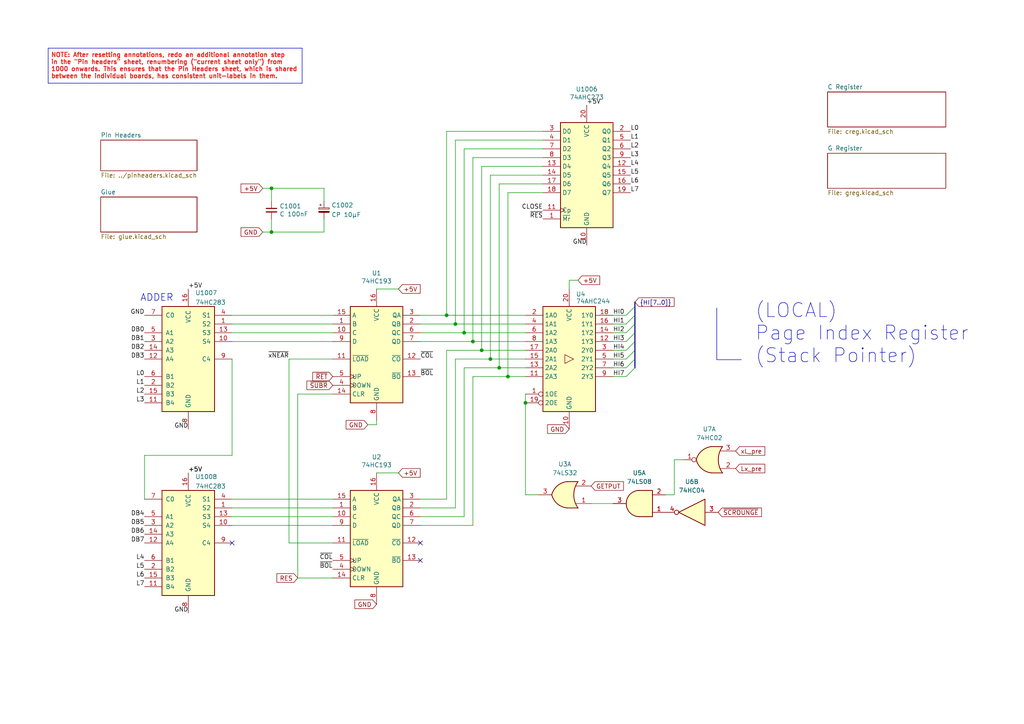
<source format=kicad_sch>
(kicad_sch (version 20231120) (generator "eeschema") (generator_version "8.0")
  (paper "A4")
  (title_block (title "Myth Microcontroller Project") (date "2024-09-21") (rev "1") (company "Picwok.com") (comment 1 "Project Contact: mim@ok-schalter.de (Michael)") (comment 2 "Author: Copyr. 2024 Michael Mangelsdorf/Dosflange@github") (comment 3 "Instruction Decoder Module") (comment 4 "Main Sheet"))
  (lib_symbols
    (symbol "74xx:74AHC244"
      (property "Reference" "U" (at -7.62 16.51 0))
      (property "Value" "74AHC244" (at -7.62 -16.51 0))
      (symbol "74AHC244_1_0"
        (polyline (pts (xy 1.27 0) (xy -1.27 1.27) (xy -1.27 -1.27) (xy 1.27 0)) (stroke (width 0.1524)))
        (pin input inverted (at -12.7 -10.16 0) (length 5.08) (name "1OE") (number "1"))
        (pin power_in line (at 0 -20.32 90) (length 5.08) (name "GND") (number "10"))
        (pin input line (at -12.7 -5.08 0) (length 5.08) (name "2A3") (number "11"))
        (pin tri_state line (at 12.7 5.08 180) (length 5.08) (name "1Y3") (number "12"))
        (pin input line (at -12.7 -2.54 0) (length 5.08) (name "2A2") (number "13"))
        (pin tri_state line (at 12.7 7.62 180) (length 5.08) (name "1Y2") (number "14"))
        (pin input line (at -12.7 0 0) (length 5.08) (name "2A1") (number "15"))
        (pin tri_state line (at 12.7 10.16 180) (length 5.08) (name "1Y1") (number "16"))
        (pin input line (at -12.7 2.54 0) (length 5.08) (name "2A0") (number "17"))
        (pin tri_state line (at 12.7 12.7 180) (length 5.08) (name "1Y0") (number "18"))
        (pin input inverted (at -12.7 -12.7 0) (length 5.08) (name "2OE") (number "19"))
        (pin input line (at -12.7 12.7 0) (length 5.08) (name "1A0") (number "2"))
        (pin power_in line (at 0 20.32 270) (length 5.08) (name "VCC") (number "20"))
        (pin tri_state line (at 12.7 2.54 180) (length 5.08) (name "2Y0") (number "3"))
        (pin input line (at -12.7 10.16 0) (length 5.08) (name "1A1") (number "4"))
        (pin tri_state line (at 12.7 0 180) (length 5.08) (name "2Y1") (number "5"))
        (pin input line (at -12.7 7.62 0) (length 5.08) (name "1A2") (number "6"))
        (pin tri_state line (at 12.7 -2.54 180) (length 5.08) (name "2Y2") (number "7"))
        (pin input line (at -12.7 5.08 0) (length 5.08) (name "1A3") (number "8"))
        (pin tri_state line (at 12.7 -5.08 180) (length 5.08) (name "2Y3") (number "9"))
      )
      (symbol "74AHC244_1_1"
        (rectangle (start -7.62 15.24) (end 7.62 -15.24) (stroke (width 0.254)) (fill (type background)))
      )
    )
    (symbol "74xx:74HC02" (pin_names (offset 1.016))
      (property "Reference" "U" (at 0 1.27 0))
      (property "Value" "74HC02" (at 0 -1.27 0))
      (symbol "74HC02_1_1"
        (arc (start -3.81 -3.81) (mid -2.589 0) (end -3.81 3.81) (stroke (width 0.254)))
        (arc (start -0.6096 -3.81) (mid 2.1842 -2.5851) (end 3.81 0) (stroke (width 0.254)) (fill (type background)))
        (polyline (pts (xy -3.81 -3.81) (xy -0.635 -3.81)) (stroke (width 0.254)) (fill (type background)))
        (polyline (pts (xy -3.81 3.81) (xy -0.635 3.81)) (stroke (width 0.254)) (fill (type background)))
        (polyline (pts (xy -0.635 3.81) (xy -3.81 3.81) (xy -3.81 3.81) (xy -3.556 3.4036) (xy -3.0226 2.2606) (xy -2.6924 1.0414) (xy -2.6162 -0.254) (xy -2.7686 -1.4986) (xy -3.175 -2.7178) (xy -3.81 -3.81) (xy -3.81 -3.81) (xy -0.635 -3.81)) (stroke (width -25.4)) (fill (type background)))
        (arc (start 3.81 0) (mid 2.1915 2.5936) (end -0.6096 3.81) (stroke (width 0.254)) (fill (type background)))
        (pin output inverted (at 7.62 0 180) (length 3.81) (name "~") (number "1"))
        (pin input line (at -7.62 2.54 0) (length 4.318) (name "~") (number "2"))
        (pin input line (at -7.62 -2.54 0) (length 4.318) (name "~") (number "3"))
      )
      (symbol "74HC02_1_2"
        (arc (start 0 -3.81) (mid 3.7934 0) (end 0 3.81) (stroke (width 0.254)) (fill (type background)))
        (polyline (pts (xy 0 3.81) (xy -3.81 3.81) (xy -3.81 -3.81) (xy 0 -3.81)) (stroke (width 0.254)) (fill (type background)))
        (pin output line (at 7.62 0 180) (length 3.81) (name "~") (number "1"))
        (pin input inverted (at -7.62 2.54 0) (length 3.81) (name "~") (number "2"))
        (pin input inverted (at -7.62 -2.54 0) (length 3.81) (name "~") (number "3"))
      )
      (symbol "74HC02_2_1"
        (arc (start -3.81 -3.81) (mid -2.589 0) (end -3.81 3.81) (stroke (width 0.254)))
        (arc (start -0.6096 -3.81) (mid 2.1842 -2.5851) (end 3.81 0) (stroke (width 0.254)) (fill (type background)))
        (polyline (pts (xy -3.81 -3.81) (xy -0.635 -3.81)) (stroke (width 0.254)) (fill (type background)))
        (polyline (pts (xy -3.81 3.81) (xy -0.635 3.81)) (stroke (width 0.254)) (fill (type background)))
        (polyline (pts (xy -0.635 3.81) (xy -3.81 3.81) (xy -3.81 3.81) (xy -3.556 3.4036) (xy -3.0226 2.2606) (xy -2.6924 1.0414) (xy -2.6162 -0.254) (xy -2.7686 -1.4986) (xy -3.175 -2.7178) (xy -3.81 -3.81) (xy -3.81 -3.81) (xy -0.635 -3.81)) (stroke (width -25.4)) (fill (type background)))
        (arc (start 3.81 0) (mid 2.1915 2.5936) (end -0.6096 3.81) (stroke (width 0.254)) (fill (type background)))
        (pin output inverted (at 7.62 0 180) (length 3.81) (name "~") (number "4"))
        (pin input line (at -7.62 2.54 0) (length 4.318) (name "~") (number "5"))
        (pin input line (at -7.62 -2.54 0) (length 4.318) (name "~") (number "6"))
      )
      (symbol "74HC02_2_2"
        (arc (start 0 -3.81) (mid 3.7934 0) (end 0 3.81) (stroke (width 0.254)) (fill (type background)))
        (polyline (pts (xy 0 3.81) (xy -3.81 3.81) (xy -3.81 -3.81) (xy 0 -3.81)) (stroke (width 0.254)) (fill (type background)))
        (pin output line (at 7.62 0 180) (length 3.81) (name "~") (number "4"))
        (pin input inverted (at -7.62 2.54 0) (length 3.81) (name "~") (number "5"))
        (pin input inverted (at -7.62 -2.54 0) (length 3.81) (name "~") (number "6"))
      )
      (symbol "74HC02_3_1"
        (arc (start -3.81 -3.81) (mid -2.589 0) (end -3.81 3.81) (stroke (width 0.254)))
        (arc (start -0.6096 -3.81) (mid 2.1842 -2.5851) (end 3.81 0) (stroke (width 0.254)) (fill (type background)))
        (polyline (pts (xy -3.81 -3.81) (xy -0.635 -3.81)) (stroke (width 0.254)) (fill (type background)))
        (polyline (pts (xy -3.81 3.81) (xy -0.635 3.81)) (stroke (width 0.254)) (fill (type background)))
        (polyline (pts (xy -0.635 3.81) (xy -3.81 3.81) (xy -3.81 3.81) (xy -3.556 3.4036) (xy -3.0226 2.2606) (xy -2.6924 1.0414) (xy -2.6162 -0.254) (xy -2.7686 -1.4986) (xy -3.175 -2.7178) (xy -3.81 -3.81) (xy -3.81 -3.81) (xy -0.635 -3.81)) (stroke (width -25.4)) (fill (type background)))
        (arc (start 3.81 0) (mid 2.1915 2.5936) (end -0.6096 3.81) (stroke (width 0.254)) (fill (type background)))
        (pin output inverted (at 7.62 0 180) (length 3.81) (name "~") (number "10"))
        (pin input line (at -7.62 2.54 0) (length 4.318) (name "~") (number "8"))
        (pin input line (at -7.62 -2.54 0) (length 4.318) (name "~") (number "9"))
      )
      (symbol "74HC02_3_2"
        (arc (start 0 -3.81) (mid 3.7934 0) (end 0 3.81) (stroke (width 0.254)) (fill (type background)))
        (polyline (pts (xy 0 3.81) (xy -3.81 3.81) (xy -3.81 -3.81) (xy 0 -3.81)) (stroke (width 0.254)) (fill (type background)))
        (pin output line (at 7.62 0 180) (length 3.81) (name "~") (number "10"))
        (pin input inverted (at -7.62 2.54 0) (length 3.81) (name "~") (number "8"))
        (pin input inverted (at -7.62 -2.54 0) (length 3.81) (name "~") (number "9"))
      )
      (symbol "74HC02_4_1"
        (arc (start -3.81 -3.81) (mid -2.589 0) (end -3.81 3.81) (stroke (width 0.254)))
        (arc (start -0.6096 -3.81) (mid 2.1842 -2.5851) (end 3.81 0) (stroke (width 0.254)) (fill (type background)))
        (polyline (pts (xy -3.81 -3.81) (xy -0.635 -3.81)) (stroke (width 0.254)) (fill (type background)))
        (polyline (pts (xy -3.81 3.81) (xy -0.635 3.81)) (stroke (width 0.254)) (fill (type background)))
        (polyline (pts (xy -0.635 3.81) (xy -3.81 3.81) (xy -3.81 3.81) (xy -3.556 3.4036) (xy -3.0226 2.2606) (xy -2.6924 1.0414) (xy -2.6162 -0.254) (xy -2.7686 -1.4986) (xy -3.175 -2.7178) (xy -3.81 -3.81) (xy -3.81 -3.81) (xy -0.635 -3.81)) (stroke (width -25.4)) (fill (type background)))
        (arc (start 3.81 0) (mid 2.1915 2.5936) (end -0.6096 3.81) (stroke (width 0.254)) (fill (type background)))
        (pin input line (at -7.62 2.54 0) (length 4.318) (name "~") (number "11"))
        (pin input line (at -7.62 -2.54 0) (length 4.318) (name "~") (number "12"))
        (pin output inverted (at 7.62 0 180) (length 3.81) (name "~") (number "13"))
      )
      (symbol "74HC02_4_2"
        (arc (start 0 -3.81) (mid 3.7934 0) (end 0 3.81) (stroke (width 0.254)) (fill (type background)))
        (polyline (pts (xy 0 3.81) (xy -3.81 3.81) (xy -3.81 -3.81) (xy 0 -3.81)) (stroke (width 0.254)) (fill (type background)))
        (pin input inverted (at -7.62 2.54 0) (length 3.81) (name "~") (number "11"))
        (pin input inverted (at -7.62 -2.54 0) (length 3.81) (name "~") (number "12"))
        (pin output line (at 7.62 0 180) (length 3.81) (name "~") (number "13"))
      )
      (symbol "74HC02_5_0"
        (pin power_in line (at 0 12.7 270) (length 5.08) (name "VCC") (number "14"))
        (pin power_in line (at 0 -12.7 90) (length 5.08) (name "GND") (number "7"))
      )
      (symbol "74HC02_5_1"
        (rectangle (start -5.08 7.62) (end 5.08 -7.62) (stroke (width 0.254)) (fill (type background)))
      )
    )
    (symbol "74xx:74HC04"
      (property "Reference" "U" (at 0 1.27 0))
      (property "Value" "74HC04" (at 0 -1.27 0))
      (symbol "74HC04_1_0"
        (polyline (pts (xy -3.81 3.81) (xy -3.81 -3.81) (xy 3.81 0) (xy -3.81 3.81)) (stroke (width 0.254)) (fill (type background)))
        (pin input line (at -7.62 0 0) (length 3.81) (name "~") (number "1"))
        (pin output inverted (at 7.62 0 180) (length 3.81) (name "~") (number "2"))
      )
      (symbol "74HC04_2_0"
        (polyline (pts (xy -3.81 3.81) (xy -3.81 -3.81) (xy 3.81 0) (xy -3.81 3.81)) (stroke (width 0.254)) (fill (type background)))
        (pin input line (at -7.62 0 0) (length 3.81) (name "~") (number "3"))
        (pin output inverted (at 7.62 0 180) (length 3.81) (name "~") (number "4"))
      )
      (symbol "74HC04_3_0"
        (polyline (pts (xy -3.81 3.81) (xy -3.81 -3.81) (xy 3.81 0) (xy -3.81 3.81)) (stroke (width 0.254)) (fill (type background)))
        (pin input line (at -7.62 0 0) (length 3.81) (name "~") (number "5"))
        (pin output inverted (at 7.62 0 180) (length 3.81) (name "~") (number "6"))
      )
      (symbol "74HC04_4_0"
        (polyline (pts (xy -3.81 3.81) (xy -3.81 -3.81) (xy 3.81 0) (xy -3.81 3.81)) (stroke (width 0.254)) (fill (type background)))
        (pin output inverted (at 7.62 0 180) (length 3.81) (name "~") (number "8"))
        (pin input line (at -7.62 0 0) (length 3.81) (name "~") (number "9"))
      )
      (symbol "74HC04_5_0"
        (polyline (pts (xy -3.81 3.81) (xy -3.81 -3.81) (xy 3.81 0) (xy -3.81 3.81)) (stroke (width 0.254)) (fill (type background)))
        (pin output inverted (at 7.62 0 180) (length 3.81) (name "~") (number "10"))
        (pin input line (at -7.62 0 0) (length 3.81) (name "~") (number "11"))
      )
      (symbol "74HC04_6_0"
        (polyline (pts (xy -3.81 3.81) (xy -3.81 -3.81) (xy 3.81 0) (xy -3.81 3.81)) (stroke (width 0.254)) (fill (type background)))
        (pin output inverted (at 7.62 0 180) (length 3.81) (name "~") (number "12"))
        (pin input line (at -7.62 0 0) (length 3.81) (name "~") (number "13"))
      )
      (symbol "74HC04_7_0"
        (pin power_in line (at 0 12.7 270) (length 5.08) (name "VCC") (number "14"))
        (pin power_in line (at 0 -12.7 90) (length 5.08) (name "GND") (number "7"))
      )
      (symbol "74HC04_7_1"
        (rectangle (start -5.08 7.62) (end 5.08 -7.62) (stroke (width 0.254)) (fill (type background)))
      )
    )
    (symbol "74xx:74HC273"
      (property "Reference" "U" (at -7.62 16.51 0))
      (property "Value" "74HC273" (at -7.62 -16.51 0))
      (symbol "74HC273_1_0"
        (pin input line (at -12.7 -12.7 0) (length 5.08) (name "~{Mr}") (number "1"))
        (pin power_in line (at 0 -20.32 90) (length 5.08) (name "GND") (number "10"))
        (pin input clock (at -12.7 -10.16 0) (length 5.08) (name "Cp") (number "11"))
        (pin output line (at 12.7 2.54 180) (length 5.08) (name "Q4") (number "12"))
        (pin input line (at -12.7 2.54 0) (length 5.08) (name "D4") (number "13"))
        (pin input line (at -12.7 0 0) (length 5.08) (name "D5") (number "14"))
        (pin output line (at 12.7 0 180) (length 5.08) (name "Q5") (number "15"))
        (pin output line (at 12.7 -2.54 180) (length 5.08) (name "Q6") (number "16"))
        (pin input line (at -12.7 -2.54 0) (length 5.08) (name "D6") (number "17"))
        (pin input line (at -12.7 -5.08 0) (length 5.08) (name "D7") (number "18"))
        (pin output line (at 12.7 -5.08 180) (length 5.08) (name "Q7") (number "19"))
        (pin output line (at 12.7 12.7 180) (length 5.08) (name "Q0") (number "2"))
        (pin power_in line (at 0 20.32 270) (length 5.08) (name "VCC") (number "20"))
        (pin input line (at -12.7 12.7 0) (length 5.08) (name "D0") (number "3"))
        (pin input line (at -12.7 10.16 0) (length 5.08) (name "D1") (number "4"))
        (pin output line (at 12.7 10.16 180) (length 5.08) (name "Q1") (number "5"))
        (pin output line (at 12.7 7.62 180) (length 5.08) (name "Q2") (number "6"))
        (pin input line (at -12.7 7.62 0) (length 5.08) (name "D2") (number "7"))
        (pin input line (at -12.7 5.08 0) (length 5.08) (name "D3") (number "8"))
        (pin output line (at 12.7 5.08 180) (length 5.08) (name "Q3") (number "9"))
      )
      (symbol "74HC273_1_1"
        (rectangle (start -7.62 15.24) (end 7.62 -15.24) (stroke (width 0.254)) (fill (type background)))
      )
    )
    (symbol "74xx:74LS08" (pin_names (offset 1.016))
      (property "Reference" "U" (at 0 1.27 0))
      (property "Value" "74LS08" (at 0 -1.27 0))
      (symbol "74LS08_1_1"
        (arc (start 0 -3.81) (mid 3.7934 0) (end 0 3.81) (stroke (width 0.254)) (fill (type background)))
        (polyline (pts (xy 0 3.81) (xy -3.81 3.81) (xy -3.81 -3.81) (xy 0 -3.81)) (stroke (width 0.254)) (fill (type background)))
        (pin input line (at -7.62 2.54 0) (length 3.81) (name "~") (number "1"))
        (pin input line (at -7.62 -2.54 0) (length 3.81) (name "~") (number "2"))
        (pin output line (at 7.62 0 180) (length 3.81) (name "~") (number "3"))
      )
      (symbol "74LS08_1_2"
        (arc (start -3.81 -3.81) (mid -2.589 0) (end -3.81 3.81) (stroke (width 0.254)))
        (arc (start -0.6096 -3.81) (mid 2.1842 -2.5851) (end 3.81 0) (stroke (width 0.254)) (fill (type background)))
        (polyline (pts (xy -3.81 -3.81) (xy -0.635 -3.81)) (stroke (width 0.254)) (fill (type background)))
        (polyline (pts (xy -3.81 3.81) (xy -0.635 3.81)) (stroke (width 0.254)) (fill (type background)))
        (polyline (pts (xy -0.635 3.81) (xy -3.81 3.81) (xy -3.81 3.81) (xy -3.556 3.4036) (xy -3.0226 2.2606) (xy -2.6924 1.0414) (xy -2.6162 -0.254) (xy -2.7686 -1.4986) (xy -3.175 -2.7178) (xy -3.81 -3.81) (xy -3.81 -3.81) (xy -0.635 -3.81)) (stroke (width -25.4)) (fill (type background)))
        (arc (start 3.81 0) (mid 2.1915 2.5936) (end -0.6096 3.81) (stroke (width 0.254)) (fill (type background)))
        (pin input inverted (at -7.62 2.54 0) (length 4.318) (name "~") (number "1"))
        (pin input inverted (at -7.62 -2.54 0) (length 4.318) (name "~") (number "2"))
        (pin output inverted (at 7.62 0 180) (length 3.81) (name "~") (number "3"))
      )
      (symbol "74LS08_2_1"
        (arc (start 0 -3.81) (mid 3.7934 0) (end 0 3.81) (stroke (width 0.254)) (fill (type background)))
        (polyline (pts (xy 0 3.81) (xy -3.81 3.81) (xy -3.81 -3.81) (xy 0 -3.81)) (stroke (width 0.254)) (fill (type background)))
        (pin input line (at -7.62 2.54 0) (length 3.81) (name "~") (number "4"))
        (pin input line (at -7.62 -2.54 0) (length 3.81) (name "~") (number "5"))
        (pin output line (at 7.62 0 180) (length 3.81) (name "~") (number "6"))
      )
      (symbol "74LS08_2_2"
        (arc (start -3.81 -3.81) (mid -2.589 0) (end -3.81 3.81) (stroke (width 0.254)))
        (arc (start -0.6096 -3.81) (mid 2.1842 -2.5851) (end 3.81 0) (stroke (width 0.254)) (fill (type background)))
        (polyline (pts (xy -3.81 -3.81) (xy -0.635 -3.81)) (stroke (width 0.254)) (fill (type background)))
        (polyline (pts (xy -3.81 3.81) (xy -0.635 3.81)) (stroke (width 0.254)) (fill (type background)))
        (polyline (pts (xy -0.635 3.81) (xy -3.81 3.81) (xy -3.81 3.81) (xy -3.556 3.4036) (xy -3.0226 2.2606) (xy -2.6924 1.0414) (xy -2.6162 -0.254) (xy -2.7686 -1.4986) (xy -3.175 -2.7178) (xy -3.81 -3.81) (xy -3.81 -3.81) (xy -0.635 -3.81)) (stroke (width -25.4)) (fill (type background)))
        (arc (start 3.81 0) (mid 2.1915 2.5936) (end -0.6096 3.81) (stroke (width 0.254)) (fill (type background)))
        (pin input inverted (at -7.62 2.54 0) (length 4.318) (name "~") (number "4"))
        (pin input inverted (at -7.62 -2.54 0) (length 4.318) (name "~") (number "5"))
        (pin output inverted (at 7.62 0 180) (length 3.81) (name "~") (number "6"))
      )
      (symbol "74LS08_3_1"
        (arc (start 0 -3.81) (mid 3.7934 0) (end 0 3.81) (stroke (width 0.254)) (fill (type background)))
        (polyline (pts (xy 0 3.81) (xy -3.81 3.81) (xy -3.81 -3.81) (xy 0 -3.81)) (stroke (width 0.254)) (fill (type background)))
        (pin input line (at -7.62 -2.54 0) (length 3.81) (name "~") (number "10"))
        (pin output line (at 7.62 0 180) (length 3.81) (name "~") (number "8"))
        (pin input line (at -7.62 2.54 0) (length 3.81) (name "~") (number "9"))
      )
      (symbol "74LS08_3_2"
        (arc (start -3.81 -3.81) (mid -2.589 0) (end -3.81 3.81) (stroke (width 0.254)))
        (arc (start -0.6096 -3.81) (mid 2.1842 -2.5851) (end 3.81 0) (stroke (width 0.254)) (fill (type background)))
        (polyline (pts (xy -3.81 -3.81) (xy -0.635 -3.81)) (stroke (width 0.254)) (fill (type background)))
        (polyline (pts (xy -3.81 3.81) (xy -0.635 3.81)) (stroke (width 0.254)) (fill (type background)))
        (polyline (pts (xy -0.635 3.81) (xy -3.81 3.81) (xy -3.81 3.81) (xy -3.556 3.4036) (xy -3.0226 2.2606) (xy -2.6924 1.0414) (xy -2.6162 -0.254) (xy -2.7686 -1.4986) (xy -3.175 -2.7178) (xy -3.81 -3.81) (xy -3.81 -3.81) (xy -0.635 -3.81)) (stroke (width -25.4)) (fill (type background)))
        (arc (start 3.81 0) (mid 2.1915 2.5936) (end -0.6096 3.81) (stroke (width 0.254)) (fill (type background)))
        (pin input inverted (at -7.62 -2.54 0) (length 4.318) (name "~") (number "10"))
        (pin output inverted (at 7.62 0 180) (length 3.81) (name "~") (number "8"))
        (pin input inverted (at -7.62 2.54 0) (length 4.318) (name "~") (number "9"))
      )
      (symbol "74LS08_4_1"
        (arc (start 0 -3.81) (mid 3.7934 0) (end 0 3.81) (stroke (width 0.254)) (fill (type background)))
        (polyline (pts (xy 0 3.81) (xy -3.81 3.81) (xy -3.81 -3.81) (xy 0 -3.81)) (stroke (width 0.254)) (fill (type background)))
        (pin output line (at 7.62 0 180) (length 3.81) (name "~") (number "11"))
        (pin input line (at -7.62 2.54 0) (length 3.81) (name "~") (number "12"))
        (pin input line (at -7.62 -2.54 0) (length 3.81) (name "~") (number "13"))
      )
      (symbol "74LS08_4_2"
        (arc (start -3.81 -3.81) (mid -2.589 0) (end -3.81 3.81) (stroke (width 0.254)))
        (arc (start -0.6096 -3.81) (mid 2.1842 -2.5851) (end 3.81 0) (stroke (width 0.254)) (fill (type background)))
        (polyline (pts (xy -3.81 -3.81) (xy -0.635 -3.81)) (stroke (width 0.254)) (fill (type background)))
        (polyline (pts (xy -3.81 3.81) (xy -0.635 3.81)) (stroke (width 0.254)) (fill (type background)))
        (polyline (pts (xy -0.635 3.81) (xy -3.81 3.81) (xy -3.81 3.81) (xy -3.556 3.4036) (xy -3.0226 2.2606) (xy -2.6924 1.0414) (xy -2.6162 -0.254) (xy -2.7686 -1.4986) (xy -3.175 -2.7178) (xy -3.81 -3.81) (xy -3.81 -3.81) (xy -0.635 -3.81)) (stroke (width -25.4)) (fill (type background)))
        (arc (start 3.81 0) (mid 2.1915 2.5936) (end -0.6096 3.81) (stroke (width 0.254)) (fill (type background)))
        (pin output inverted (at 7.62 0 180) (length 3.81) (name "~") (number "11"))
        (pin input inverted (at -7.62 2.54 0) (length 4.318) (name "~") (number "12"))
        (pin input inverted (at -7.62 -2.54 0) (length 4.318) (name "~") (number "13"))
      )
      (symbol "74LS08_5_0"
        (pin power_in line (at 0 12.7 270) (length 5.08) (name "VCC") (number "14"))
        (pin power_in line (at 0 -12.7 90) (length 5.08) (name "GND") (number "7"))
      )
      (symbol "74LS08_5_1"
        (rectangle (start -5.08 7.62) (end 5.08 -7.62) (stroke (width 0.254)) (fill (type background)))
      )
    )
    (symbol "74xx:74LS193"
      (property "Reference" "U" (at -7.62 13.97 0))
      (property "Value" "74LS193" (at 5.08 13.97 0))
      (symbol "74LS193_1_0"
        (pin input line (at -12.7 7.62 0) (length 5.08) (name "B") (number "1"))
        (pin input line (at -12.7 5.08 0) (length 5.08) (name "C") (number "10"))
        (pin input line (at -12.7 -2.54 0) (length 5.08) (name "~{LOAD}") (number "11"))
        (pin output line (at 12.7 -2.54 180) (length 5.08) (name "~{CO}") (number "12"))
        (pin output line (at 12.7 -7.62 180) (length 5.08) (name "~{BO}") (number "13"))
        (pin input line (at -12.7 -12.7 0) (length 5.08) (name "CLR") (number "14"))
        (pin input line (at -12.7 10.16 0) (length 5.08) (name "A") (number "15"))
        (pin power_in line (at 0 17.78 270) (length 5.08) (name "VCC") (number "16"))
        (pin output line (at 12.7 7.62 180) (length 5.08) (name "QB") (number "2"))
        (pin output line (at 12.7 10.16 180) (length 5.08) (name "QA") (number "3"))
        (pin input clock (at -12.7 -10.16 0) (length 5.08) (name "DOWN") (number "4"))
        (pin input clock (at -12.7 -7.62 0) (length 5.08) (name "UP") (number "5"))
        (pin output line (at 12.7 5.08 180) (length 5.08) (name "QC") (number "6"))
        (pin output line (at 12.7 2.54 180) (length 5.08) (name "QD") (number "7"))
        (pin power_in line (at 0 -20.32 90) (length 5.08) (name "GND") (number "8"))
        (pin input line (at -12.7 2.54 0) (length 5.08) (name "D") (number "9"))
      )
      (symbol "74LS193_1_1"
        (rectangle (start -7.62 12.7) (end 7.62 -15.24) (stroke (width 0.254)) (fill (type background)))
      )
    )
    (symbol "74xx:74LS283" (pin_names (offset 1.016))
      (property "Reference" "U" (at -7.62 16.51 0))
      (property "Value" "74LS283" (at -7.62 -16.51 0))
      (symbol "74LS283_1_0"
        (pin output line (at 12.7 10.16 180) (length 5.08) (name "S2") (number "1"))
        (pin output line (at 12.7 5.08 180) (length 5.08) (name "S4") (number "10"))
        (pin input line (at -12.7 -12.7 0) (length 5.08) (name "B4") (number "11"))
        (pin input line (at -12.7 0 0) (length 5.08) (name "A4") (number "12"))
        (pin output line (at 12.7 7.62 180) (length 5.08) (name "S3") (number "13"))
        (pin input line (at -12.7 2.54 0) (length 5.08) (name "A3") (number "14"))
        (pin input line (at -12.7 -10.16 0) (length 5.08) (name "B3") (number "15"))
        (pin power_in line (at 0 20.32 270) (length 5.08) (name "VCC") (number "16"))
        (pin input line (at -12.7 -7.62 0) (length 5.08) (name "B2") (number "2"))
        (pin input line (at -12.7 5.08 0) (length 5.08) (name "A2") (number "3"))
        (pin output line (at 12.7 12.7 180) (length 5.08) (name "S1") (number "4"))
        (pin input line (at -12.7 7.62 0) (length 5.08) (name "A1") (number "5"))
        (pin input line (at -12.7 -5.08 0) (length 5.08) (name "B1") (number "6"))
        (pin input line (at -12.7 12.7 0) (length 5.08) (name "C0") (number "7"))
        (pin power_in line (at 0 -20.32 90) (length 5.08) (name "GND") (number "8"))
        (pin output line (at 12.7 0 180) (length 5.08) (name "C4") (number "9"))
      )
      (symbol "74LS283_1_1"
        (rectangle (start -7.62 15.24) (end 7.62 -15.24) (stroke (width 0.254)) (fill (type background)))
      )
    )
    (symbol "74xx:74LS32" (pin_names (offset 1.016))
      (property "Reference" "U" (at 0 1.27 0))
      (property "Value" "74LS32" (at 0 -1.27 0))
      (symbol "74LS32_1_1"
        (arc (start -3.81 -3.81) (mid -2.589 0) (end -3.81 3.81) (stroke (width 0.254)))
        (arc (start -0.6096 -3.81) (mid 2.1842 -2.5851) (end 3.81 0) (stroke (width 0.254)) (fill (type background)))
        (polyline (pts (xy -3.81 -3.81) (xy -0.635 -3.81)) (stroke (width 0.254)) (fill (type background)))
        (polyline (pts (xy -3.81 3.81) (xy -0.635 3.81)) (stroke (width 0.254)) (fill (type background)))
        (polyline (pts (xy -0.635 3.81) (xy -3.81 3.81) (xy -3.81 3.81) (xy -3.556 3.4036) (xy -3.0226 2.2606) (xy -2.6924 1.0414) (xy -2.6162 -0.254) (xy -2.7686 -1.4986) (xy -3.175 -2.7178) (xy -3.81 -3.81) (xy -3.81 -3.81) (xy -0.635 -3.81)) (stroke (width -25.4)) (fill (type background)))
        (arc (start 3.81 0) (mid 2.1915 2.5936) (end -0.6096 3.81) (stroke (width 0.254)) (fill (type background)))
        (pin input line (at -7.62 2.54 0) (length 4.318) (name "~") (number "1"))
        (pin input line (at -7.62 -2.54 0) (length 4.318) (name "~") (number "2"))
        (pin output line (at 7.62 0 180) (length 3.81) (name "~") (number "3"))
      )
      (symbol "74LS32_1_2"
        (arc (start 0 -3.81) (mid 3.7934 0) (end 0 3.81) (stroke (width 0.254)) (fill (type background)))
        (polyline (pts (xy 0 3.81) (xy -3.81 3.81) (xy -3.81 -3.81) (xy 0 -3.81)) (stroke (width 0.254)) (fill (type background)))
        (pin input inverted (at -7.62 2.54 0) (length 3.81) (name "~") (number "1"))
        (pin input inverted (at -7.62 -2.54 0) (length 3.81) (name "~") (number "2"))
        (pin output inverted (at 7.62 0 180) (length 3.81) (name "~") (number "3"))
      )
      (symbol "74LS32_2_1"
        (arc (start -3.81 -3.81) (mid -2.589 0) (end -3.81 3.81) (stroke (width 0.254)))
        (arc (start -0.6096 -3.81) (mid 2.1842 -2.5851) (end 3.81 0) (stroke (width 0.254)) (fill (type background)))
        (polyline (pts (xy -3.81 -3.81) (xy -0.635 -3.81)) (stroke (width 0.254)) (fill (type background)))
        (polyline (pts (xy -3.81 3.81) (xy -0.635 3.81)) (stroke (width 0.254)) (fill (type background)))
        (polyline (pts (xy -0.635 3.81) (xy -3.81 3.81) (xy -3.81 3.81) (xy -3.556 3.4036) (xy -3.0226 2.2606) (xy -2.6924 1.0414) (xy -2.6162 -0.254) (xy -2.7686 -1.4986) (xy -3.175 -2.7178) (xy -3.81 -3.81) (xy -3.81 -3.81) (xy -0.635 -3.81)) (stroke (width -25.4)) (fill (type background)))
        (arc (start 3.81 0) (mid 2.1915 2.5936) (end -0.6096 3.81) (stroke (width 0.254)) (fill (type background)))
        (pin input line (at -7.62 2.54 0) (length 4.318) (name "~") (number "4"))
        (pin input line (at -7.62 -2.54 0) (length 4.318) (name "~") (number "5"))
        (pin output line (at 7.62 0 180) (length 3.81) (name "~") (number "6"))
      )
      (symbol "74LS32_2_2"
        (arc (start 0 -3.81) (mid 3.7934 0) (end 0 3.81) (stroke (width 0.254)) (fill (type background)))
        (polyline (pts (xy 0 3.81) (xy -3.81 3.81) (xy -3.81 -3.81) (xy 0 -3.81)) (stroke (width 0.254)) (fill (type background)))
        (pin input inverted (at -7.62 2.54 0) (length 3.81) (name "~") (number "4"))
        (pin input inverted (at -7.62 -2.54 0) (length 3.81) (name "~") (number "5"))
        (pin output inverted (at 7.62 0 180) (length 3.81) (name "~") (number "6"))
      )
      (symbol "74LS32_3_1"
        (arc (start -3.81 -3.81) (mid -2.589 0) (end -3.81 3.81) (stroke (width 0.254)))
        (arc (start -0.6096 -3.81) (mid 2.1842 -2.5851) (end 3.81 0) (stroke (width 0.254)) (fill (type background)))
        (polyline (pts (xy -3.81 -3.81) (xy -0.635 -3.81)) (stroke (width 0.254)) (fill (type background)))
        (polyline (pts (xy -3.81 3.81) (xy -0.635 3.81)) (stroke (width 0.254)) (fill (type background)))
        (polyline (pts (xy -0.635 3.81) (xy -3.81 3.81) (xy -3.81 3.81) (xy -3.556 3.4036) (xy -3.0226 2.2606) (xy -2.6924 1.0414) (xy -2.6162 -0.254) (xy -2.7686 -1.4986) (xy -3.175 -2.7178) (xy -3.81 -3.81) (xy -3.81 -3.81) (xy -0.635 -3.81)) (stroke (width -25.4)) (fill (type background)))
        (arc (start 3.81 0) (mid 2.1915 2.5936) (end -0.6096 3.81) (stroke (width 0.254)) (fill (type background)))
        (pin input line (at -7.62 -2.54 0) (length 4.318) (name "~") (number "10"))
        (pin output line (at 7.62 0 180) (length 3.81) (name "~") (number "8"))
        (pin input line (at -7.62 2.54 0) (length 4.318) (name "~") (number "9"))
      )
      (symbol "74LS32_3_2"
        (arc (start 0 -3.81) (mid 3.7934 0) (end 0 3.81) (stroke (width 0.254)) (fill (type background)))
        (polyline (pts (xy 0 3.81) (xy -3.81 3.81) (xy -3.81 -3.81) (xy 0 -3.81)) (stroke (width 0.254)) (fill (type background)))
        (pin input inverted (at -7.62 -2.54 0) (length 3.81) (name "~") (number "10"))
        (pin output inverted (at 7.62 0 180) (length 3.81) (name "~") (number "8"))
        (pin input inverted (at -7.62 2.54 0) (length 3.81) (name "~") (number "9"))
      )
      (symbol "74LS32_4_1"
        (arc (start -3.81 -3.81) (mid -2.589 0) (end -3.81 3.81) (stroke (width 0.254)))
        (arc (start -0.6096 -3.81) (mid 2.1842 -2.5851) (end 3.81 0) (stroke (width 0.254)) (fill (type background)))
        (polyline (pts (xy -3.81 -3.81) (xy -0.635 -3.81)) (stroke (width 0.254)) (fill (type background)))
        (polyline (pts (xy -3.81 3.81) (xy -0.635 3.81)) (stroke (width 0.254)) (fill (type background)))
        (polyline (pts (xy -0.635 3.81) (xy -3.81 3.81) (xy -3.81 3.81) (xy -3.556 3.4036) (xy -3.0226 2.2606) (xy -2.6924 1.0414) (xy -2.6162 -0.254) (xy -2.7686 -1.4986) (xy -3.175 -2.7178) (xy -3.81 -3.81) (xy -3.81 -3.81) (xy -0.635 -3.81)) (stroke (width -25.4)) (fill (type background)))
        (arc (start 3.81 0) (mid 2.1915 2.5936) (end -0.6096 3.81) (stroke (width 0.254)) (fill (type background)))
        (pin output line (at 7.62 0 180) (length 3.81) (name "~") (number "11"))
        (pin input line (at -7.62 2.54 0) (length 4.318) (name "~") (number "12"))
        (pin input line (at -7.62 -2.54 0) (length 4.318) (name "~") (number "13"))
      )
      (symbol "74LS32_4_2"
        (arc (start 0 -3.81) (mid 3.7934 0) (end 0 3.81) (stroke (width 0.254)) (fill (type background)))
        (polyline (pts (xy 0 3.81) (xy -3.81 3.81) (xy -3.81 -3.81) (xy 0 -3.81)) (stroke (width 0.254)) (fill (type background)))
        (pin output inverted (at 7.62 0 180) (length 3.81) (name "~") (number "11"))
        (pin input inverted (at -7.62 2.54 0) (length 3.81) (name "~") (number "12"))
        (pin input inverted (at -7.62 -2.54 0) (length 3.81) (name "~") (number "13"))
      )
      (symbol "74LS32_5_0"
        (pin power_in line (at 0 12.7 270) (length 5.08) (name "VCC") (number "14"))
        (pin power_in line (at 0 -12.7 90) (length 5.08) (name "GND") (number "7"))
      )
      (symbol "74LS32_5_1"
        (rectangle (start -5.08 7.62) (end 5.08 -7.62) (stroke (width 0.254)) (fill (type background)))
      )
    )
    (symbol "Device:C_Polarized_Small" (pin_numbers hide) (pin_names (offset 0.254) hide)
      (property "Reference" "C" (at 0.254 1.778 0))
      (property "Value" "C_Polarized_Small" (at 0.254 -2.032 0))
      (symbol "C_Polarized_Small_0_1"
        (rectangle (start -1.524 -0.3048) (end 1.524 -0.6858) (fill (type outline)))
        (rectangle (start -1.524 0.6858) (end 1.524 0.3048))
        (polyline (pts (xy -1.27 1.524) (xy -0.762 1.524)))
        (polyline (pts (xy -1.016 1.27) (xy -1.016 1.778)))
      )
      (symbol "C_Polarized_Small_1_1"
        (pin passive line (at 0 2.54 270) (length 1.8542) (name "~") (number "1"))
        (pin passive line (at 0 -2.54 90) (length 1.8542) (name "~") (number "2"))
      )
    )
    (symbol "Device:C_Small" (pin_numbers hide) (pin_names (offset 0.254) hide)
      (property "Reference" "C" (at 0.254 1.778 0))
      (property "Value" "C_Small" (at 0.254 -2.032 0))
      (symbol "C_Small_0_1"
        (polyline (pts (xy -1.524 -0.508) (xy 1.524 -0.508)) (stroke (width 0.3302)))
        (polyline (pts (xy -1.524 0.508) (xy 1.524 0.508)) (stroke (width 0.3048)))
      )
      (symbol "C_Small_1_1"
        (pin passive line (at 0 2.54 270) (length 2.032) (name "~") (number "1"))
        (pin passive line (at 0 -2.54 90) (length 2.032) (name "~") (number "2"))
      )
    )
  )
  (junction (at 147.32 109.22))
  (junction (at 139.7 101.6))
  (junction (at 78.74 67.31))
  (junction (at 152.4 116.84))
  (junction (at 129.54 91.44))
  (junction (at 137.16 99.06))
  (junction (at 134.62 96.52))
  (junction (at 132.08 93.98))
  (junction (at 144.78 106.68))
  (junction (at 142.24 104.14))
  (junction (at 78.74 54.61))
  (no_connect (at 121.92 157.48))
  (no_connect (at 121.92 162.56))
  (no_connect (at 67.31 157.48))
  (bus_entry (at 184.15 101.6) (size -2.54 2.54))
  (bus_entry (at 184.15 88.9) (size -2.54 2.54))
  (bus_entry (at 184.15 91.44) (size -2.54 2.54))
  (bus_entry (at 184.15 93.98) (size -2.54 2.54))
  (bus_entry (at 184.15 104.14) (size -2.54 2.54))
  (bus_entry (at 184.15 99.06) (size -2.54 2.54))
  (bus_entry (at 184.15 106.68) (size -2.54 2.54))
  (bus_entry (at 184.15 96.52) (size -2.54 2.54))
  (wire (pts (xy 181.61 109.22) (xy 177.8 109.22)))
  (wire (pts (xy 67.31 96.52) (xy 96.52 96.52)))
  (wire (pts (xy 181.61 106.68) (xy 177.8 106.68)))
  (wire (pts (xy 134.62 106.68) (xy 134.62 149.86)))
  (polyline (pts (xy 13.97 13.97) (xy 13.97 24.13)))
  (polyline (pts (xy 80.645 24.13) (xy 87.63 24.13)))
  (wire (pts (xy 152.4 114.3) (xy 152.4 116.84)))
  (wire (pts (xy 121.92 152.4) (xy 137.16 152.4)))
  (wire (pts (xy 132.08 93.98) (xy 152.4 93.98)))
  (wire (pts (xy 76.2 54.61) (xy 78.74 54.61)))
  (wire (pts (xy 147.32 109.22) (xy 152.4 109.22)))
  (wire (pts (xy 93.98 63.5) (xy 93.98 67.31)))
  (wire (pts (xy 121.92 144.78) (xy 129.54 144.78)))
  (wire (pts (xy 121.92 99.06) (xy 137.16 99.06)))
  (bus (pts (xy 184.15 104.14) (xy 184.15 101.6)))
  (wire (pts (xy 181.61 101.6) (xy 177.8 101.6)))
  (bus (pts (xy 184.15 106.68) (xy 184.15 104.14)))
  (wire (pts (xy 144.78 53.34) (xy 157.48 53.34)))
  (wire (pts (xy 144.78 53.34) (xy 144.78 106.68)))
  (wire (pts (xy 195.58 133.35) (xy 195.58 143.51)))
  (wire (pts (xy 83.82 104.14) (xy 96.52 104.14)))
  (bus (pts (xy 184.15 91.44) (xy 184.15 88.9)))
  (polyline (pts (xy 87.63 13.97) (xy 87.63 24.13)))
  (wire (pts (xy 121.92 93.98) (xy 132.08 93.98)))
  (wire (pts (xy 181.61 96.52) (xy 177.8 96.52)))
  (wire (pts (xy 83.82 104.14) (xy 83.82 157.48)))
  (bus (pts (xy 184.15 101.6) (xy 184.15 99.06)))
  (wire (pts (xy 67.31 93.98) (xy 96.52 93.98)))
  (bus (pts (xy 184.15 96.52) (xy 184.15 93.98)))
  (wire (pts (xy 137.16 45.72) (xy 157.48 45.72)))
  (wire (pts (xy 137.16 109.22) (xy 147.32 109.22)))
  (bus (pts (xy 184.15 99.06) (xy 184.15 96.52)))
  (wire (pts (xy 132.08 147.32) (xy 132.08 104.14)))
  (wire (pts (xy 86.36 114.3) (xy 96.52 114.3)))
  (wire (pts (xy 142.24 104.14) (xy 152.4 104.14)))
  (wire (pts (xy 67.31 144.78) (xy 96.52 144.78)))
  (wire (pts (xy 139.7 101.6) (xy 152.4 101.6)))
  (wire (pts (xy 78.74 63.5) (xy 78.74 67.31)))
  (wire (pts (xy 121.92 147.32) (xy 132.08 147.32)))
  (wire (pts (xy 121.92 91.44) (xy 129.54 91.44)))
  (wire (pts (xy 137.16 99.06) (xy 152.4 99.06)))
  (wire (pts (xy 147.32 55.88) (xy 147.32 109.22)))
  (wire (pts (xy 121.92 149.86) (xy 134.62 149.86)))
  (wire (pts (xy 67.31 152.4) (xy 96.52 152.4)))
  (wire (pts (xy 109.22 121.92) (xy 109.22 123.19)))
  (wire (pts (xy 137.16 45.72) (xy 137.16 99.06)))
  (wire (pts (xy 152.4 143.51) (xy 152.4 116.84)))
  (wire (pts (xy 78.74 58.42) (xy 78.74 54.61)))
  (polyline (pts (xy 80.645 13.97) (xy 86.995 13.97)))
  (wire (pts (xy 67.31 91.44) (xy 96.52 91.44)))
  (wire (pts (xy 129.54 101.6) (xy 139.7 101.6)))
  (wire (pts (xy 165.1 81.28) (xy 165.1 83.82)))
  (bus (pts (xy 184.15 93.98) (xy 184.15 91.44)))
  (polyline (pts (xy 86.995 13.97) (xy 87.63 13.97)))
  (wire (pts (xy 139.7 48.26) (xy 139.7 101.6)))
  (wire (pts (xy 147.32 55.88) (xy 157.48 55.88)))
  (wire (pts (xy 134.62 43.18) (xy 134.62 96.52)))
  (wire (pts (xy 171.45 146.05) (xy 177.8 146.05)))
  (wire (pts (xy 83.82 157.48) (xy 96.52 157.48)))
  (wire (pts (xy 67.31 147.32) (xy 96.52 147.32)))
  (wire (pts (xy 76.2 67.31) (xy 78.74 67.31)))
  (wire (pts (xy 134.62 106.68) (xy 144.78 106.68)))
  (wire (pts (xy 129.54 38.1) (xy 157.48 38.1)))
  (wire (pts (xy 129.54 91.44) (xy 152.4 91.44)))
  (bus (pts (xy 184.15 88.9) (xy 184.15 87.63)))
  (wire (pts (xy 96.52 167.64) (xy 86.36 167.64)))
  (wire (pts (xy 121.92 96.52) (xy 134.62 96.52)))
  (wire (pts (xy 181.61 99.06) (xy 177.8 99.06)))
  (wire (pts (xy 41.91 132.08) (xy 67.31 132.08)))
  (wire (pts (xy 109.22 137.16) (xy 115.57 137.16)))
  (wire (pts (xy 132.08 40.64) (xy 132.08 93.98)))
  (wire (pts (xy 41.91 132.08) (xy 41.91 144.78)))
  (wire (pts (xy 129.54 144.78) (xy 129.54 101.6)))
  (wire (pts (xy 132.08 40.64) (xy 157.48 40.64)))
  (wire (pts (xy 78.74 67.31) (xy 93.98 67.31)))
  (wire (pts (xy 129.54 38.1) (xy 129.54 91.44)))
  (wire (pts (xy 67.31 149.86) (xy 96.52 149.86)))
  (wire (pts (xy 142.24 50.8) (xy 142.24 104.14)))
  (wire (pts (xy 67.31 104.14) (xy 67.31 132.08)))
  (wire (pts (xy 93.98 58.42) (xy 93.98 54.61)))
  (wire (pts (xy 181.61 104.14) (xy 177.8 104.14)))
  (wire (pts (xy 109.22 83.82) (xy 115.57 83.82)))
  (wire (pts (xy 193.04 143.51) (xy 195.58 143.51)))
  (wire (pts (xy 195.58 133.35) (xy 198.12 133.35)))
  (wire (pts (xy 139.7 48.26) (xy 157.48 48.26)))
  (wire (pts (xy 142.24 50.8) (xy 157.48 50.8)))
  (wire (pts (xy 78.74 54.61) (xy 93.98 54.61)))
  (wire (pts (xy 86.36 114.3) (xy 86.36 167.64)))
  (wire (pts (xy 156.21 143.51) (xy 152.4 143.51)))
  (wire (pts (xy 181.61 93.98) (xy 177.8 93.98)))
  (wire (pts (xy 181.61 91.44) (xy 177.8 91.44)))
  (wire (pts (xy 132.08 104.14) (xy 142.24 104.14)))
  (wire (pts (xy 144.78 106.68) (xy 152.4 106.68)))
  (wire (pts (xy 106.68 123.19) (xy 109.22 123.19)))
  (polyline (pts (xy 13.97 24.13) (xy 80.645 24.13)))
  (wire (pts (xy 165.1 81.28) (xy 167.64 81.28)))
  (wire (pts (xy 134.62 43.18) (xy 157.48 43.18)))
  (wire (pts (xy 137.16 152.4) (xy 137.16 109.22)))
  (wire (pts (xy 134.62 96.52) (xy 152.4 96.52)))
  (wire (pts (xy 67.31 99.06) (xy 96.52 99.06)))
  (polyline (pts (xy 13.97 13.97) (xy 80.645 13.97)))
  (text "L" (at 204.216 106.426 0) (effects (font (size 15 15)) (justify left bottom)))
  (text "NOTE: After resetting annotations, redo an additional annotation step\nin the \"Pin headers\" sheet, renumbering (\"current sheet only\") from\n1000 onwards. This ensures that the Pin Headers sheet, which is shared\nbetween the individual boards, has consistent unit-labels in them." (at 14.732 22.987 0) (effects (font (size 1.27 1.27) (thickness 0.254) (bold yes)) (justify left bottom)))
  (text "ADDER" (at 40.64 87.63 0) (effects (font (size 2 2)) (justify left bottom)))
  (text "(LOCAL)\nPage Index Register\n(Stack Pointer)" (at 218.948 105.664 0) (effects (font (size 4.064 4.064)) (justify left bottom)))
  (label "L3" (at 41.91 116.84 180))
  (label "L0" (at 182.88 38.1 0))
  (label "L7" (at 41.91 170.18 180))
  (label "DB7" (at 41.91 157.48 180))
  (label "~{COL}" (at 121.92 104.14 0))
  (label "DB6" (at 41.91 154.94 180))
  (label "+5V" (at 54.61 137.16 0))
  (label "L4" (at 182.88 48.26 0))
  (label "L0" (at 41.91 109.22 180))
  (label "HI0" (at 177.8 91.44 0))
  (label "DB4" (at 41.91 149.86 180))
  (label "~{BOL}" (at 96.52 165.1 180))
  (label "+5V" (at 54.61 137.16 0))
  (label "~{COL}" (at 96.52 162.56 180))
  (label "+5V" (at 54.61 83.82 0))
  (label "L4" (at 41.91 162.56 180))
  (label "L2" (at 41.91 114.3 180))
  (label "+5V" (at 170.18 30.48 0))
  (label "L6" (at 41.91 167.64 180))
  (label "DB1" (at 41.91 99.06 180))
  (label "L1" (at 182.88 40.64 0))
  (label "L3" (at 182.88 45.72 0))
  (label "CLOSE" (at 157.48 60.96 180))
  (label "HI4" (at 177.8 101.6 0))
  (label "L7" (at 182.88 55.88 0))
  (label "HI3" (at 177.8 99.06 0))
  (label "DB5" (at 41.91 152.4 180))
  (label "DB2" (at 41.91 101.6 180))
  (label "L5" (at 41.91 165.1 180))
  (label "HI6" (at 177.8 106.68 0))
  (label "HI2" (at 177.8 96.52 0))
  (label "~{BOL}" (at 121.92 109.22 0))
  (label "DB0" (at 41.91 96.52 180))
  (label "HI5" (at 177.8 104.14 0))
  (label "~{xNEAR}" (at 83.82 104.14 180))
  (label "HI1" (at 177.8 93.98 0))
  (label "DB3" (at 41.91 104.14 180))
  (label "L5" (at 182.88 50.8 0))
  (label "HI7" (at 177.8 109.22 0))
  (label "L2" (at 182.88 43.18 0))
  (label "GND" (at 54.61 177.8 180))
  (label "~{RES}" (at 157.48 63.5 180))
  (label "GND" (at 41.91 91.44 180))
  (label "GND" (at 54.61 124.46 180))
  (label "L6" (at 182.88 53.34 0))
  (label "GND" (at 170.18 71.12 180))
  (label "L1" (at 41.91 111.76 180))
  (global_label "+5V" (shape input) (at 76.2 54.61 180) (property "Intersheetrefs" "${INTERSHEET_REFS}" (effects (hide yes))))
  (global_label "GND" (shape input) (at 165.1 124.46 180) (property "Intersheetrefs" "${INTERSHEET_REFS}" (effects (hide yes))))
  (global_label "GND" (shape input) (at 106.68 123.19 180) (property "Intersheetrefs" "${INTERSHEET_REFS}" (effects (hide yes))))
  (global_label "{HI[7..0]}" (shape input) (at 184.15 87.63 0) (property "Intersheetrefs" "${INTERSHEET_REFS}" (effects (hide yes))))
  (global_label "GND" (shape input) (at 109.22 175.26 180) (property "Intersheetrefs" "${INTERSHEET_REFS}" (effects (hide yes))))
  (global_label "RES" (shape input) (at 86.36 167.64 180) (property "Intersheetrefs" "${INTERSHEET_REFS}" (effects (hide yes))))
  (global_label "~{SCROUNGE}" (shape input) (at 208.28 148.59 0) (property "Intersheetrefs" "${INTERSHEET_REFS}" (effects (hide yes))))
  (global_label "xL_pre" (shape input) (at 213.36 130.81 0) (property "Intersheetrefs" "${INTERSHEET_REFS}" (effects (hide yes))))
  (global_label "GND" (shape input) (at 76.2 67.31 180) (property "Intersheetrefs" "${INTERSHEET_REFS}" (effects (hide yes))))
  (global_label "Lx_pre" (shape input) (at 213.36 135.89 0) (property "Intersheetrefs" "${INTERSHEET_REFS}" (effects (hide yes))))
  (global_label "~{RET}" (shape input) (at 96.52 109.22 180) (property "Intersheetrefs" "${INTERSHEET_REFS}" (effects (hide yes))))
  (global_label "~{SUBR}" (shape input) (at 96.52 111.76 180) (property "Intersheetrefs" "${INTERSHEET_REFS}" (effects (hide yes))))
  (global_label "+5V" (shape input) (at 115.57 83.82 0) (property "Intersheetrefs" "${INTERSHEET_REFS}" (effects (hide yes))))
  (global_label "+5V" (shape input) (at 167.64 81.28 0) (property "Intersheetrefs" "${INTERSHEET_REFS}" (effects (hide yes))))
  (global_label "GETPUT" (shape input) (at 171.45 140.97 0) (property "Intersheetrefs" "${INTERSHEET_REFS}" (effects (hide yes))))
  (global_label "+5V" (shape input) (at 115.57 137.16 0) (property "Intersheetrefs" "${INTERSHEET_REFS}" (effects (hide yes))))
  (symbol (lib_id "74xx:74LS08") (at 185.42 146.05 180) (unit 1)
    (property "Reference" "U5" (at 185.4283 137.16 0))
    (property "Value" "74LS08" (at 185.4283 139.7 0))
    (property "Footprint" "Package_DIP:DIP-14_W7.62mm_LongPads" (effects (hide yes)))
    (property "Datasheet" "http://www.ti.com/lit/gpn/sn74LS08" (effects (hide yes)))
    (property "Description" "Quad And2" (effects (hide yes)))
  )
  (symbol (lib_id "74xx:74HC273") (at 170.18 50.8 0) (unit 1)
    (property "Reference" "U1006" (at 170.18 25.8826 0))
    (property "Value" "74AHC273" (at 170.18 28.194 0))
    (property "Footprint" "Package_DIP:DIP-20_W7.62mm_Socket_LongPads" (effects (hide yes)))
    (property "Datasheet" "https://assets.nexperia.com/documents/data-sheet/74HC_HCT273.pdf" (effects (hide yes)))
  )
  (symbol (lib_id "74xx:74LS32") (at 163.83 143.51 180) (unit 1)
    (property "Reference" "U3" (at 163.83 134.62 0))
    (property "Value" "74LS32" (at 163.83 137.16 0))
    (property "Footprint" "Package_DIP:DIP-14_W7.62mm_LongPads" (effects (hide yes)))
    (property "Datasheet" "http://www.ti.com/lit/gpn/sn74LS32" (effects (hide yes)))
    (property "Description" "Quad 2-input OR" (effects (hide yes)))
  )
  (symbol (lib_id "74xx:74AHC244") (at 165.1 104.14 0) (unit 1)
    (property "Reference" "U4" (at 167.0559 85.32 0) (effects (justify left)))
    (property "Value" "74AHC244" (at 167.0559 87.368 0) (effects (justify left)))
    (property "Footprint" "Package_DIP:DIP-20_W7.62mm_Socket_LongPads" (effects (hide yes)))
    (property "Datasheet" "https://assets.nexperia.com/documents/data-sheet/74AHC_AHCT244.pdf" (effects (hide yes)))
  )
  (symbol (lib_id "74xx:74LS193") (at 109.22 154.94 0) (unit 1)
    (property "Reference" "U2" (at 109.22 132.5626 0))
    (property "Value" "74HC193" (at 109.22 134.874 0))
    (property "Footprint" "Package_DIP:DIP-16_W7.62mm_Socket_LongPads" (effects (hide yes)))
    (property "Datasheet" "http://www.ti.com/lit/ds/symlink/sn74ls193.pdf" (effects (hide yes)))
  )
  (symbol (lib_id "74xx:74LS283") (at 54.61 157.48 0) (unit 1)
    (property "Reference" "U1008" (at 56.6294 138.2735 0) (effects (justify left)))
    (property "Value" "74HC283" (at 56.6294 141.0486 0) (effects (justify left)))
    (property "Footprint" "Package_DIP:DIP-16_W7.62mm_Socket_LongPads" (effects (hide yes)))
    (property "Datasheet" "http://www.ti.com/lit/gpn/sn74LS283" (effects (hide yes)))
  )
  (symbol (lib_id "74xx:74LS193") (at 109.22 101.6 0) (unit 1)
    (property "Reference" "U1" (at 109.22 79.2226 0))
    (property "Value" "74HC193" (at 109.22 81.534 0))
    (property "Footprint" "Package_DIP:DIP-16_W7.62mm_Socket_LongPads" (effects (hide yes)))
    (property "Datasheet" "https://assets.nexperia.com/documents/data-sheet/74AHC_AHCT04.pdf" (effects (hide yes)))
  )
  (symbol (lib_id "Device:C_Polarized_Small") (at 93.98 60.96 0) (unit 1)
    (property "Reference" "C1002" (at 96.139 59.5054 0) (effects (justify left)))
    (property "Value" "CP 10μF" (at 96.139 62.2805 0) (effects (justify left)))
    (property "Footprint" "Capacitor_THT:CP_Radial_D6.3mm_P2.50mm" (effects (hide yes)))
  )
  (symbol (lib_id "Device:C_Small") (at 78.74 60.96 0) (unit 1)
    (property "Reference" "C1001" (at 81.0768 59.7916 0) (effects (justify left)))
    (property "Value" "C 100nF" (at 81.0768 62.103 0) (effects (justify left)))
    (property "Footprint" "Capacitor_THT:C_Disc_D5.0mm_W2.5mm_P2.50mm" (effects (hide yes)))
  )
  (symbol (lib_id "74xx:74HC02") (at 205.74 133.35 180) (unit 1)
    (property "Reference" "U7" (at 205.74 124.46 0))
    (property "Value" "74HC02" (at 205.74 127 0))
    (property "Footprint" "Package_DIP:DIP-14_W7.62mm_LongPads" (effects (hide yes)))
    (property "Datasheet" "http://www.ti.com/lit/gpn/sn74hc02" (effects (hide yes)))
    (property "Description" "quad 2-input NOR gate" (effects (hide yes)))
  )
  (symbol (lib_id "74xx:74LS283") (at 54.61 104.14 0) (unit 1)
    (property "Reference" "U1007" (at 56.6294 84.9335 0) (effects (justify left)))
    (property "Value" "74HC283" (at 56.6294 87.7086 0) (effects (justify left)))
    (property "Footprint" "Package_DIP:DIP-16_W7.62mm_Socket_LongPads" (effects (hide yes)))
    (property "Datasheet" "http://www.ti.com/lit/gpn/sn74LS283" (effects (hide yes)))
  )
  (symbol (lib_id "74xx:74HC04") (at 200.66 148.59 180) (unit 2)
    (property "Reference" "U6" (at 200.66 139.7 0))
    (property "Value" "74HC04" (at 200.66 142.24 0))
    (property "Footprint" "Package_DIP:DIP-14_W7.62mm_LongPads" (effects (hide yes)))
    (property "Datasheet" "https://assets.nexperia.com/documents/data-sheet/74HC_HCT04.pdf" (effects (hide yes)))
    (property "Description" "Hex Inverter" (effects (hide yes)))
  )
  (sheet (at 29.21 40.64) (size 27.94 8.89) (stroke (width 0.1524))
    (property "Sheetname" "Pin Headers" (at 29.21 39.9284 0) (effects (justify left bottom)))
    (property "Sheetfile" "../pinheaders.kicad_sch" (at 29.21 50.1146 0) (effects (justify left top)))
  )
  (sheet (at 240.03 44.45) (size 34.29 10.16) (stroke (width 0.1524))
    (property "Sheetname" "G Register" (at 240.03 43.7384 0) (effects (justify left bottom)))
    (property "Sheetfile" "greg.kicad_sch" (at 240.03 55.1946 0) (effects (justify left top)))
  )
  (sheet (at 240.03 26.67) (size 34.29 10.16) (stroke (width 0.1524))
    (property "Sheetname" "C Register" (at 240.03 25.9584 0) (effects (justify left bottom)))
    (property "Sheetfile" "creg.kicad_sch" (at 240.03 37.4146 0) (effects (justify left top)))
  )
  (sheet (at 29.21 57.15) (size 27.94 10.16) (stroke (width 0.1524))
    (property "Sheetname" "Glue" (at 29.21 56.4384 0) (effects (justify left bottom)))
    (property "Sheetfile" "glue.kicad_sch" (at 29.21 67.8946 0) (effects (justify left top)))
  )
)
</source>
